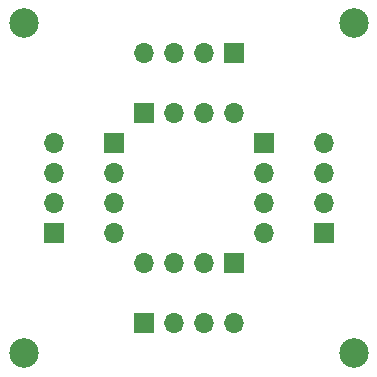
<source format=gbr>
%TF.GenerationSoftware,KiCad,Pcbnew,(6.0.8)*%
%TF.CreationDate,2023-02-23T19:10:36-06:00*%
%TF.ProjectId,ConnectorPCB,436f6e6e-6563-4746-9f72-5043422e6b69,rev?*%
%TF.SameCoordinates,Original*%
%TF.FileFunction,Soldermask,Bot*%
%TF.FilePolarity,Negative*%
%FSLAX46Y46*%
G04 Gerber Fmt 4.6, Leading zero omitted, Abs format (unit mm)*
G04 Created by KiCad (PCBNEW (6.0.8)) date 2023-02-23 19:10:36*
%MOMM*%
%LPD*%
G01*
G04 APERTURE LIST*
%ADD10R,1.700000X1.700000*%
%ADD11O,1.700000X1.700000*%
%ADD12C,2.500000*%
G04 APERTURE END LIST*
D10*
%TO.C,J4*%
X157460000Y-62540000D03*
D11*
X157460000Y-65080000D03*
X157460000Y-67620000D03*
X157460000Y-70160000D03*
%TD*%
D12*
%TO.C,H2*%
X177800000Y-52380000D03*
%TD*%
D10*
%TO.C,J1*%
X160000000Y-60000000D03*
D11*
X162540000Y-60000000D03*
X165080000Y-60000000D03*
X167620000Y-60000000D03*
%TD*%
D12*
%TO.C,H3*%
X177800000Y-80320000D03*
%TD*%
D10*
%TO.C,J3*%
X167640000Y-72700000D03*
D11*
X165100000Y-72700000D03*
X162560000Y-72700000D03*
X160020000Y-72700000D03*
%TD*%
D12*
%TO.C,H4*%
X149860000Y-80320000D03*
%TD*%
D10*
%TO.C,J2*%
X170180000Y-62540000D03*
D11*
X170180000Y-65080000D03*
X170180000Y-67620000D03*
X170180000Y-70160000D03*
%TD*%
D12*
%TO.C,H1*%
X149860000Y-52380000D03*
%TD*%
D10*
%TO.C,J5*%
X167620000Y-54920000D03*
D11*
X165080000Y-54920000D03*
X162540000Y-54920000D03*
X160000000Y-54920000D03*
%TD*%
D10*
%TO.C,J7*%
X160020000Y-77780000D03*
D11*
X162560000Y-77780000D03*
X165100000Y-77780000D03*
X167640000Y-77780000D03*
%TD*%
D10*
%TO.C,J6*%
X175260000Y-70160000D03*
D11*
X175260000Y-67620000D03*
X175260000Y-65080000D03*
X175260000Y-62540000D03*
%TD*%
D10*
%TO.C,J8*%
X152380000Y-70160000D03*
D11*
X152380000Y-67620000D03*
X152380000Y-65080000D03*
X152380000Y-62540000D03*
%TD*%
M02*

</source>
